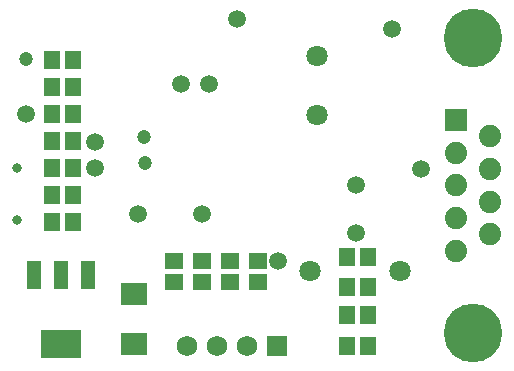
<source format=gbr>
G04 Layer_Color=16711935*
%FSLAX25Y25*%
%MOIN*%
G70*
G01*
G75*
%ADD36R,0.05328X0.06115*%
%ADD37R,0.06115X0.05328*%
%ADD39C,0.04737*%
%ADD40C,0.03162*%
%ADD41C,0.06800*%
%ADD42R,0.06800X0.06800*%
%ADD43C,0.19540*%
%ADD44R,0.07453X0.07453*%
%ADD45C,0.07453*%
%ADD46C,0.07099*%
%ADD47C,0.05918*%
%ADD48R,0.08674X0.07493*%
%ADD49R,0.13595X0.09265*%
%ADD50R,0.04737X0.09265*%
D36*
X300689Y183661D02*
D03*
X293799D02*
D03*
X300689Y173524D02*
D03*
X293799D02*
D03*
X300689Y164075D02*
D03*
X293799D02*
D03*
X300689Y154035D02*
D03*
X293799D02*
D03*
X195473Y195276D02*
D03*
X202362D02*
D03*
X195473Y204265D02*
D03*
X202362D02*
D03*
X195473Y213255D02*
D03*
X202362D02*
D03*
X195473Y222244D02*
D03*
X202362D02*
D03*
X195473Y231234D02*
D03*
X202362D02*
D03*
X195473Y240223D02*
D03*
X202362D02*
D03*
X195473Y249213D02*
D03*
X202362D02*
D03*
D37*
X263976Y182283D02*
D03*
Y175394D02*
D03*
X254692Y182283D02*
D03*
Y175394D02*
D03*
X245407D02*
D03*
Y182283D02*
D03*
X236122Y175394D02*
D03*
Y182283D02*
D03*
D39*
X226279Y223524D02*
D03*
X226378Y214764D02*
D03*
X186909Y249508D02*
D03*
D40*
X183780Y213161D02*
D03*
Y195839D02*
D03*
D41*
X240335Y153937D02*
D03*
X260335D02*
D03*
X250335D02*
D03*
D42*
X270335D02*
D03*
D43*
X335728Y158287D02*
D03*
Y256673D02*
D03*
D44*
X330138Y229291D02*
D03*
D45*
X341319Y223839D02*
D03*
X330138Y218386D02*
D03*
X341319Y212933D02*
D03*
X330138Y207480D02*
D03*
X341319Y202028D02*
D03*
X330138Y196575D02*
D03*
X341319Y191122D02*
D03*
X330138Y185669D02*
D03*
D46*
X283858Y230906D02*
D03*
Y250590D02*
D03*
X311555Y178839D02*
D03*
X281555D02*
D03*
D47*
X186909Y231299D02*
D03*
X238484Y241240D02*
D03*
X257185Y262795D02*
D03*
X308661Y259547D02*
D03*
X318307Y212795D02*
D03*
X296752Y207579D02*
D03*
X209744Y221949D02*
D03*
X247736Y241240D02*
D03*
X209744Y213287D02*
D03*
X270768Y182283D02*
D03*
X245571Y197835D02*
D03*
X296752Y191535D02*
D03*
X224016Y197933D02*
D03*
D48*
X222736Y154429D02*
D03*
Y171358D02*
D03*
D49*
X198524Y154429D02*
D03*
D50*
X207579Y177461D02*
D03*
X198524D02*
D03*
X189469D02*
D03*
M02*

</source>
